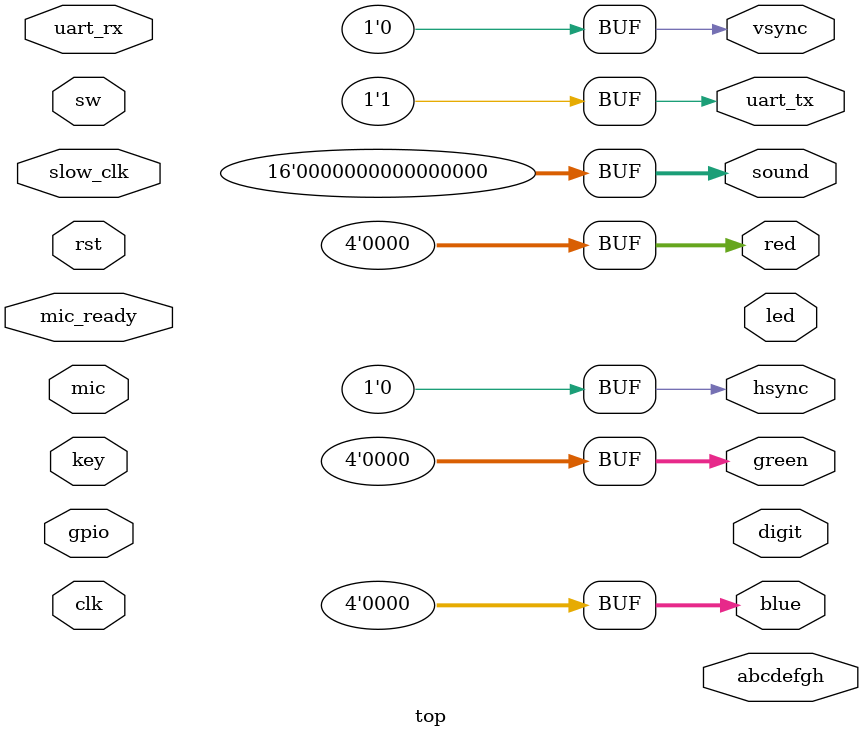
<source format=sv>
`include "config.svh"

module top
# (
    parameter clk_mhz = 50,
              w_key   = 4,
              w_sw    = 8,
              w_led   = 8,
              w_digit = 8,
              w_gpio  = 100
)
(
    input                        clk,
    input                        slow_clk,
    input                        rst,

    // Keys, switches, LEDs

    input        [w_key   - 1:0] key,
    input        [w_sw    - 1:0] sw,
    output logic [w_led   - 1:0] led,

    // A dynamic seven-segment display

    output logic [          7:0] abcdefgh,
    output logic [w_digit - 1:0] digit,

    // VGA

    output logic                 vsync,
    output logic                 hsync,
    output logic [          3:0] red,
    output logic [          3:0] green,
    output logic [          3:0] blue,

    input                        uart_rx,
    output                       uart_tx,

    input                        mic_ready,
    input        [         23:0] mic,
    output       [         15:0] sound,

    // General-purpose Input/Output

    inout        [w_gpio  - 1:0] gpio
);

    //------------------------------------------------------------------------

    // assign led      = '0;
    // assign abcdefgh = '0;
    // assign digit    = '0;
       assign vsync    = '0;
       assign hsync    = '0;
       assign red      = '0;
       assign green    = '0;
       assign blue     = '0;
       assign sound    = '0;
       assign uart_tx  = '1;

    //------------------------------------------------------------------------

    wire enable;
    wire fsm_in, moore_fsm_out, mealy_fsm_out;

    // Generate a strobe signal 3 times a second

   /* strobe_gen
    # (.clk_mhz (clk_mhz), .strobe_hz (3)) // параметр отвечающий за частоту следования стробов в герцах 
    i_strobe_gen // генерация строба частотой в 3 Гц Будет использоваться в управлении сдвиговым регистром 
	 (.strobe (enable), .*);

    shift_reg # (.depth (w_led)) i_shift_reg //сдвиговый регистр совпадающий с кол-во светодиодов на плате
    (
        .en      (   enable ), // сдвиг происходит по стробу enable 3 раза в секунду
        .seq_in  ( | key    ), // на выход сдвигового регистра подается результат логического или если в момент когда enable равно 1 и хотя одна кнопка будет нажата, то на вход будет подана единица
        .seq_out (   fsm_in ), // выход сдвигового регистра. Подается на конечный автомат как входное воздействие.
        .par_out (   led    ), // шина, отражающая состояние всех триггеров сдвигового регистра для визуализации на светодиодах
        .*
    );*/

    snail_moore_fsm i_moore_fsm
        //(.en (enable), .a (fsm_in), .y (moore_fsm_out), .*);// на вход приходит состояние кнопок с сдвигового регистра.На выходе была ли распознана последовательность нажатий или нет.
		 (
        .clk(clk),
        .arst(arst),
        .en(en),
        .ok_button(ok_button),
        .clear_button(clear_button),
        .switch_input(switch_input),
        .rgb_led(rgb_led),
        .safe_open(safe_open)
    );
	 

		  
    //snail_mealy_fsm i_mealy_fsm
        //(.en (enable), .a (fsm_in), .y (mealy_fsm_out), .*);

    //------------------------------------------------------------------------

    //   --a--
    //  |     |
    //  f     b
    //  |     |
    //   --g--
    //  |     |
    //  e     c
    //  |     |
    //   --d--  h

    /*always_comb
    begin
        case ({ mealy_fsm_out, moore_fsm_out })// на семисегметный индикатор выводиться информация о состоянии конечных автоматов.
        2'b00: abcdefgh = 8'b0000_0000;
        2'b01: abcdefgh = 8'b1100_0110;  // Moore only
        2'b10: abcdefgh = 8'b0011_1010;  // Mealy only
        2'b11: abcdefgh = 8'b1111_1110;
        endcase

        digit = w_digit' (1);
    end*/

    // Exercise: Implement FSM for recognizing other sequence,
    // for example 0101

endmodule

</source>
